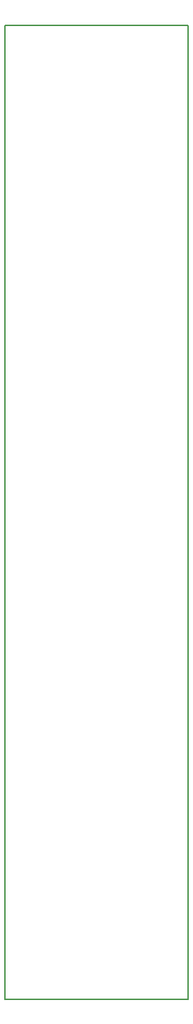
<source format=gm1>
G04 #@! TF.FileFunction,Profile,NP*
%FSLAX46Y46*%
G04 Gerber Fmt 4.6, Leading zero omitted, Abs format (unit mm)*
G04 Created by KiCad (PCBNEW 4.0.1-stable) date 10/3/2016 3:23:19 PM*
%MOMM*%
G01*
G04 APERTURE LIST*
%ADD10C,0.100000*%
%ADD11C,0.150000*%
G04 APERTURE END LIST*
D10*
D11*
X123545600Y-179705000D02*
X123545600Y-62712600D01*
X145491200Y-179705000D02*
X123545600Y-179705000D01*
X145491200Y-62712600D02*
X145491200Y-179705000D01*
X123545600Y-62712600D02*
X145491200Y-62712600D01*
M02*

</source>
